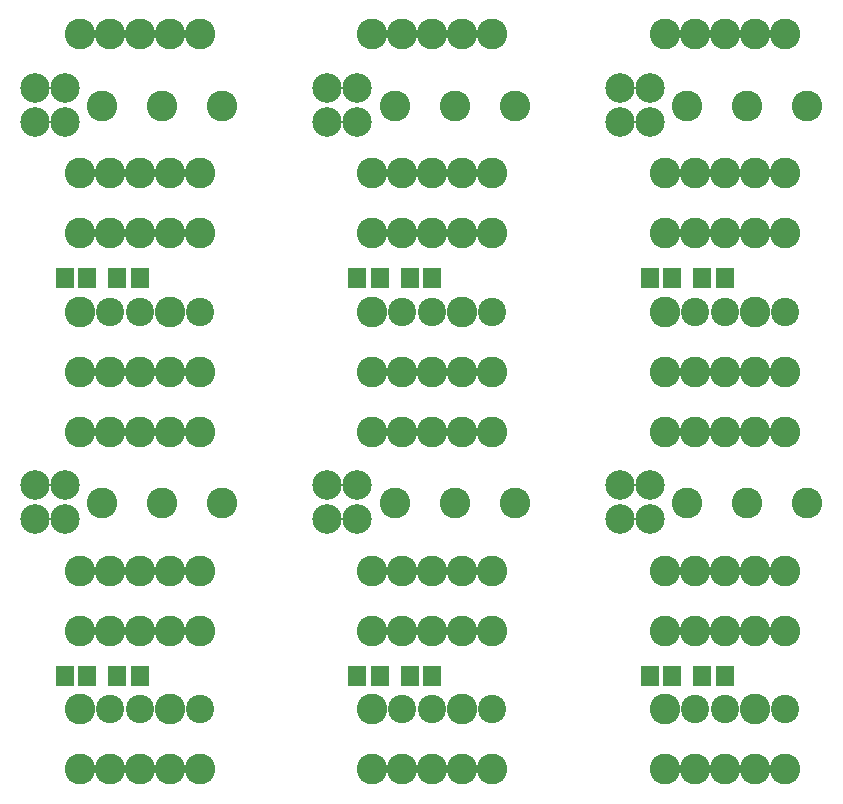
<source format=gbr>
%FSLAX34Y34*%
%MOMM*%
%LNSOLDERMASK_BOTTOM*%
G71*
G01*
%ADD10C, 2.600*%
%ADD11C, 2.400*%
%ADD12C, 2.500*%
%ADD13C, 2.600*%
%ADD14R, 1.500X1.800*%
%LPD*%
X85725Y-34925D02*
G54D10*
D03*
X111125Y-34925D02*
G54D10*
D03*
X136525Y-34925D02*
G54D10*
D03*
X161925Y-34925D02*
G54D10*
D03*
X187325Y-34925D02*
G54D10*
D03*
X85725Y-152400D02*
G54D10*
D03*
X111125Y-152400D02*
G54D10*
D03*
X136525Y-152400D02*
G54D10*
D03*
X161925Y-152400D02*
G54D10*
D03*
X187325Y-152400D02*
G54D10*
D03*
X85725Y-203200D02*
G54D10*
D03*
X111125Y-203200D02*
G54D10*
D03*
X136525Y-203200D02*
G54D10*
D03*
X161925Y-203200D02*
G54D10*
D03*
X187325Y-203200D02*
G54D10*
D03*
X85725Y-320675D02*
G54D10*
D03*
X111125Y-320675D02*
G54D10*
D03*
X136525Y-320675D02*
G54D10*
D03*
X161925Y-320675D02*
G54D10*
D03*
X187325Y-320675D02*
G54D10*
D03*
X85725Y-269875D02*
G54D11*
D03*
X111125Y-269875D02*
G54D11*
D03*
X136525Y-269875D02*
G54D11*
D03*
X161925Y-269875D02*
G54D11*
D03*
X187325Y-269875D02*
G54D11*
D03*
X47620Y-80030D02*
G54D12*
D03*
X73020Y-80030D02*
G54D12*
D03*
X73019Y-108605D02*
G54D12*
D03*
X47620Y-108605D02*
G54D12*
D03*
X104775Y-95250D02*
G54D13*
D03*
X155575Y-95250D02*
G54D13*
D03*
X206375Y-95250D02*
G54D13*
D03*
X73025Y-241300D02*
G54D14*
D03*
X92025Y-241300D02*
G54D14*
D03*
X117475Y-241300D02*
G54D14*
D03*
X136475Y-241300D02*
G54D14*
D03*
X136525Y-34925D02*
G54D10*
D03*
X85725Y-269875D02*
G54D13*
D03*
X136525Y-203200D02*
G54D13*
D03*
X161925Y-269875D02*
G54D13*
D03*
X161925Y-34925D02*
G54D10*
D03*
X85725Y-320675D02*
G54D10*
D03*
X187325Y-320675D02*
G54D10*
D03*
X187325Y-152400D02*
G54D10*
D03*
X85725Y-152400D02*
G54D10*
D03*
X333375Y-34925D02*
G54D10*
D03*
X358775Y-34925D02*
G54D10*
D03*
X384175Y-34925D02*
G54D10*
D03*
X409575Y-34925D02*
G54D10*
D03*
X434975Y-34925D02*
G54D10*
D03*
X333375Y-152400D02*
G54D10*
D03*
X358775Y-152400D02*
G54D10*
D03*
X384175Y-152400D02*
G54D10*
D03*
X409575Y-152400D02*
G54D10*
D03*
X434975Y-152400D02*
G54D10*
D03*
X333375Y-203200D02*
G54D10*
D03*
X358775Y-203200D02*
G54D10*
D03*
X384175Y-203200D02*
G54D10*
D03*
X409575Y-203200D02*
G54D10*
D03*
X434975Y-203200D02*
G54D10*
D03*
X333375Y-320675D02*
G54D10*
D03*
X358775Y-320675D02*
G54D10*
D03*
X384175Y-320675D02*
G54D10*
D03*
X409575Y-320675D02*
G54D10*
D03*
X434975Y-320675D02*
G54D10*
D03*
X333375Y-269875D02*
G54D11*
D03*
X358775Y-269875D02*
G54D11*
D03*
X384175Y-269875D02*
G54D11*
D03*
X409575Y-269875D02*
G54D11*
D03*
X434975Y-269875D02*
G54D11*
D03*
X295270Y-80030D02*
G54D12*
D03*
X320670Y-80030D02*
G54D12*
D03*
X320669Y-108605D02*
G54D12*
D03*
X295270Y-108605D02*
G54D12*
D03*
X352425Y-95250D02*
G54D13*
D03*
X403225Y-95250D02*
G54D13*
D03*
X454025Y-95250D02*
G54D13*
D03*
X320675Y-241300D02*
G54D14*
D03*
X339675Y-241300D02*
G54D14*
D03*
X365125Y-241300D02*
G54D14*
D03*
X384125Y-241300D02*
G54D14*
D03*
X384175Y-34925D02*
G54D10*
D03*
X333375Y-269875D02*
G54D13*
D03*
X384175Y-203200D02*
G54D13*
D03*
X409575Y-269875D02*
G54D13*
D03*
X409575Y-34925D02*
G54D10*
D03*
X333375Y-320675D02*
G54D10*
D03*
X434975Y-320675D02*
G54D10*
D03*
X434975Y-152400D02*
G54D10*
D03*
X333375Y-152400D02*
G54D10*
D03*
X581025Y-34925D02*
G54D10*
D03*
X606425Y-34925D02*
G54D10*
D03*
X631825Y-34925D02*
G54D10*
D03*
X657225Y-34925D02*
G54D10*
D03*
X682625Y-34925D02*
G54D10*
D03*
X581025Y-152400D02*
G54D10*
D03*
X606425Y-152400D02*
G54D10*
D03*
X631825Y-152400D02*
G54D10*
D03*
X657225Y-152400D02*
G54D10*
D03*
X682625Y-152400D02*
G54D10*
D03*
X581025Y-203200D02*
G54D10*
D03*
X606425Y-203200D02*
G54D10*
D03*
X631825Y-203200D02*
G54D10*
D03*
X657225Y-203200D02*
G54D10*
D03*
X682625Y-203200D02*
G54D10*
D03*
X581025Y-320675D02*
G54D10*
D03*
X606425Y-320675D02*
G54D10*
D03*
X631825Y-320675D02*
G54D10*
D03*
X657225Y-320675D02*
G54D10*
D03*
X682625Y-320675D02*
G54D10*
D03*
X581025Y-269875D02*
G54D11*
D03*
X606425Y-269875D02*
G54D11*
D03*
X631825Y-269875D02*
G54D11*
D03*
X657225Y-269875D02*
G54D11*
D03*
X682625Y-269875D02*
G54D11*
D03*
X542920Y-80030D02*
G54D12*
D03*
X568320Y-80030D02*
G54D12*
D03*
X568319Y-108605D02*
G54D12*
D03*
X542920Y-108605D02*
G54D12*
D03*
X600075Y-95250D02*
G54D13*
D03*
X650875Y-95250D02*
G54D13*
D03*
X701675Y-95250D02*
G54D13*
D03*
X568325Y-241300D02*
G54D14*
D03*
X587325Y-241300D02*
G54D14*
D03*
X612775Y-241300D02*
G54D14*
D03*
X631775Y-241300D02*
G54D14*
D03*
X631825Y-34925D02*
G54D10*
D03*
X581025Y-269875D02*
G54D13*
D03*
X631825Y-203200D02*
G54D13*
D03*
X657225Y-269875D02*
G54D13*
D03*
X657225Y-34925D02*
G54D10*
D03*
X581025Y-320675D02*
G54D10*
D03*
X682625Y-320675D02*
G54D10*
D03*
X682625Y-152400D02*
G54D10*
D03*
X581025Y-152400D02*
G54D10*
D03*
X85725Y-371475D02*
G54D10*
D03*
X111125Y-371475D02*
G54D10*
D03*
X136525Y-371475D02*
G54D10*
D03*
X161925Y-371475D02*
G54D10*
D03*
X187325Y-371475D02*
G54D10*
D03*
X85725Y-488950D02*
G54D10*
D03*
X111125Y-488950D02*
G54D10*
D03*
X136525Y-488950D02*
G54D10*
D03*
X161925Y-488950D02*
G54D10*
D03*
X187325Y-488950D02*
G54D10*
D03*
X85725Y-539750D02*
G54D10*
D03*
X111125Y-539750D02*
G54D10*
D03*
X136525Y-539750D02*
G54D10*
D03*
X161925Y-539750D02*
G54D10*
D03*
X187325Y-539750D02*
G54D10*
D03*
X85725Y-657225D02*
G54D10*
D03*
X111125Y-657225D02*
G54D10*
D03*
X136525Y-657225D02*
G54D10*
D03*
X161925Y-657225D02*
G54D10*
D03*
X187325Y-657225D02*
G54D10*
D03*
X85725Y-606425D02*
G54D11*
D03*
X111125Y-606425D02*
G54D11*
D03*
X136525Y-606425D02*
G54D11*
D03*
X161925Y-606425D02*
G54D11*
D03*
X187325Y-606425D02*
G54D11*
D03*
X47620Y-416580D02*
G54D12*
D03*
X73020Y-416580D02*
G54D12*
D03*
X73019Y-445155D02*
G54D12*
D03*
X47620Y-445155D02*
G54D12*
D03*
X104775Y-431800D02*
G54D13*
D03*
X155575Y-431800D02*
G54D13*
D03*
X206375Y-431800D02*
G54D13*
D03*
X73025Y-577850D02*
G54D14*
D03*
X92025Y-577850D02*
G54D14*
D03*
X117475Y-577850D02*
G54D14*
D03*
X136475Y-577850D02*
G54D14*
D03*
X136525Y-371475D02*
G54D10*
D03*
X85725Y-606425D02*
G54D13*
D03*
X136525Y-539750D02*
G54D13*
D03*
X161925Y-606425D02*
G54D13*
D03*
X161925Y-371475D02*
G54D10*
D03*
X85725Y-657225D02*
G54D10*
D03*
X187325Y-657225D02*
G54D10*
D03*
X187325Y-488950D02*
G54D10*
D03*
X85725Y-488950D02*
G54D10*
D03*
X333375Y-371475D02*
G54D10*
D03*
X358775Y-371475D02*
G54D10*
D03*
X384175Y-371475D02*
G54D10*
D03*
X409575Y-371475D02*
G54D10*
D03*
X434975Y-371475D02*
G54D10*
D03*
X333375Y-488950D02*
G54D10*
D03*
X358775Y-488950D02*
G54D10*
D03*
X384175Y-488950D02*
G54D10*
D03*
X409575Y-488950D02*
G54D10*
D03*
X434975Y-488950D02*
G54D10*
D03*
X333375Y-539750D02*
G54D10*
D03*
X358775Y-539750D02*
G54D10*
D03*
X384175Y-539750D02*
G54D10*
D03*
X409575Y-539750D02*
G54D10*
D03*
X434975Y-539750D02*
G54D10*
D03*
X333375Y-657225D02*
G54D10*
D03*
X358775Y-657225D02*
G54D10*
D03*
X384175Y-657225D02*
G54D10*
D03*
X409575Y-657225D02*
G54D10*
D03*
X434975Y-657225D02*
G54D10*
D03*
X333375Y-606425D02*
G54D11*
D03*
X358775Y-606425D02*
G54D11*
D03*
X384175Y-606425D02*
G54D11*
D03*
X409575Y-606425D02*
G54D11*
D03*
X434975Y-606425D02*
G54D11*
D03*
X295270Y-416580D02*
G54D12*
D03*
X320670Y-416580D02*
G54D12*
D03*
X320669Y-445155D02*
G54D12*
D03*
X295270Y-445155D02*
G54D12*
D03*
X352425Y-431800D02*
G54D13*
D03*
X403225Y-431800D02*
G54D13*
D03*
X454025Y-431800D02*
G54D13*
D03*
X320675Y-577850D02*
G54D14*
D03*
X339675Y-577850D02*
G54D14*
D03*
X365125Y-577850D02*
G54D14*
D03*
X384125Y-577850D02*
G54D14*
D03*
X384175Y-371475D02*
G54D10*
D03*
X333375Y-606425D02*
G54D13*
D03*
X384175Y-539750D02*
G54D13*
D03*
X409575Y-606425D02*
G54D13*
D03*
X409575Y-371475D02*
G54D10*
D03*
X333375Y-657225D02*
G54D10*
D03*
X434975Y-657225D02*
G54D10*
D03*
X434975Y-488950D02*
G54D10*
D03*
X333375Y-488950D02*
G54D10*
D03*
X581025Y-371475D02*
G54D10*
D03*
X606425Y-371475D02*
G54D10*
D03*
X631825Y-371475D02*
G54D10*
D03*
X657225Y-371475D02*
G54D10*
D03*
X682625Y-371475D02*
G54D10*
D03*
X581025Y-488950D02*
G54D10*
D03*
X606425Y-488950D02*
G54D10*
D03*
X631825Y-488950D02*
G54D10*
D03*
X657225Y-488950D02*
G54D10*
D03*
X682625Y-488950D02*
G54D10*
D03*
X581025Y-539750D02*
G54D10*
D03*
X606425Y-539750D02*
G54D10*
D03*
X631825Y-539750D02*
G54D10*
D03*
X657225Y-539750D02*
G54D10*
D03*
X682625Y-539750D02*
G54D10*
D03*
X581025Y-657225D02*
G54D10*
D03*
X606425Y-657225D02*
G54D10*
D03*
X631825Y-657225D02*
G54D10*
D03*
X657225Y-657225D02*
G54D10*
D03*
X682625Y-657225D02*
G54D10*
D03*
X581025Y-606425D02*
G54D11*
D03*
X606425Y-606425D02*
G54D11*
D03*
X631825Y-606425D02*
G54D11*
D03*
X657225Y-606425D02*
G54D11*
D03*
X682625Y-606425D02*
G54D11*
D03*
X542920Y-416580D02*
G54D12*
D03*
X568320Y-416580D02*
G54D12*
D03*
X568319Y-445155D02*
G54D12*
D03*
X542920Y-445155D02*
G54D12*
D03*
X600075Y-431800D02*
G54D13*
D03*
X650875Y-431800D02*
G54D13*
D03*
X701675Y-431800D02*
G54D13*
D03*
X568325Y-577850D02*
G54D14*
D03*
X587325Y-577850D02*
G54D14*
D03*
X612775Y-577850D02*
G54D14*
D03*
X631775Y-577850D02*
G54D14*
D03*
X631825Y-371475D02*
G54D10*
D03*
X581025Y-606425D02*
G54D13*
D03*
X631825Y-539750D02*
G54D13*
D03*
X657225Y-606425D02*
G54D13*
D03*
X657225Y-371475D02*
G54D10*
D03*
X581025Y-657225D02*
G54D10*
D03*
X682625Y-657225D02*
G54D10*
D03*
X682625Y-488950D02*
G54D10*
D03*
X581025Y-488950D02*
G54D10*
D03*
M02*

</source>
